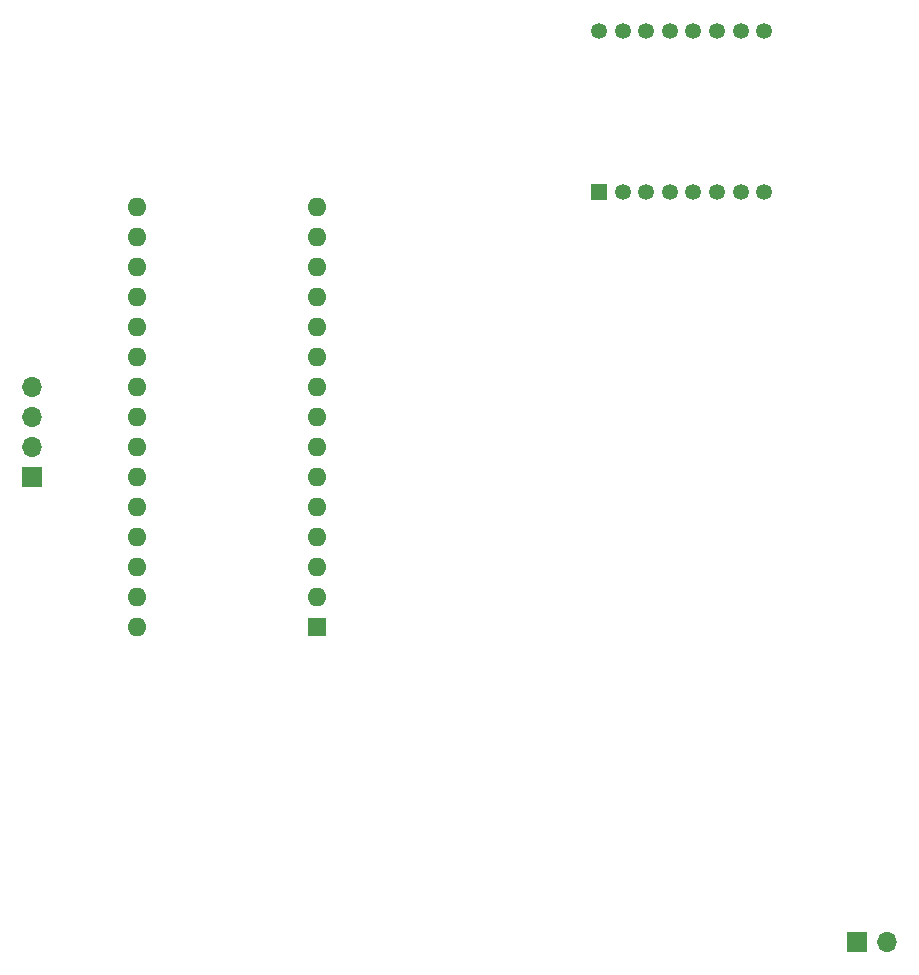
<source format=gbr>
%TF.GenerationSoftware,KiCad,Pcbnew,(5.1.10)-1*%
%TF.CreationDate,2021-06-24T19:27:42+08:00*%
%TF.ProjectId,hoperf_arduino,686f7065-7266-45f6-9172-6475696e6f2e,rev?*%
%TF.SameCoordinates,Original*%
%TF.FileFunction,Soldermask,Bot*%
%TF.FilePolarity,Negative*%
%FSLAX46Y46*%
G04 Gerber Fmt 4.6, Leading zero omitted, Abs format (unit mm)*
G04 Created by KiCad (PCBNEW (5.1.10)-1) date 2021-06-24 19:27:42*
%MOMM*%
%LPD*%
G01*
G04 APERTURE LIST*
%ADD10C,1.350000*%
%ADD11R,1.350000X1.350000*%
%ADD12O,1.700000X1.700000*%
%ADD13R,1.700000X1.700000*%
%ADD14R,1.600000X1.600000*%
%ADD15O,1.600000X1.600000*%
G04 APERTURE END LIST*
D10*
%TO.C,U2*%
X102616000Y-65140000D03*
X104616000Y-65140000D03*
X106616000Y-65140000D03*
X108616000Y-65140000D03*
X110616000Y-65140000D03*
X112616000Y-65140000D03*
X114616000Y-65140000D03*
X116616000Y-65140000D03*
X116616000Y-78740000D03*
X114616000Y-78740000D03*
X112616000Y-78740000D03*
X110616000Y-78740000D03*
X108616000Y-78740000D03*
X106616000Y-78740000D03*
X104616000Y-78740000D03*
D11*
X102616000Y-78740000D03*
%TD*%
D12*
%TO.C,BT1*%
X127000000Y-142240000D03*
D13*
X124460000Y-142240000D03*
%TD*%
%TO.C,FC1*%
X54610000Y-102870000D03*
D12*
X54610000Y-100330000D03*
X54610000Y-97790000D03*
X54610000Y-95250000D03*
%TD*%
D14*
%TO.C,A1*%
X78740000Y-115570000D03*
D15*
X63500000Y-82550000D03*
X78740000Y-113030000D03*
X63500000Y-85090000D03*
X78740000Y-110490000D03*
X63500000Y-87630000D03*
X78740000Y-107950000D03*
X63500000Y-90170000D03*
X78740000Y-105410000D03*
X63500000Y-92710000D03*
X78740000Y-102870000D03*
X63500000Y-95250000D03*
X78740000Y-100330000D03*
X63500000Y-97790000D03*
X78740000Y-97790000D03*
X63500000Y-100330000D03*
X78740000Y-95250000D03*
X63500000Y-102870000D03*
X78740000Y-92710000D03*
X63500000Y-105410000D03*
X78740000Y-90170000D03*
X63500000Y-107950000D03*
X78740000Y-87630000D03*
X63500000Y-110490000D03*
X78740000Y-85090000D03*
X63500000Y-113030000D03*
X78740000Y-82550000D03*
X63500000Y-115570000D03*
X78740000Y-80010000D03*
X63500000Y-80010000D03*
%TD*%
M02*

</source>
